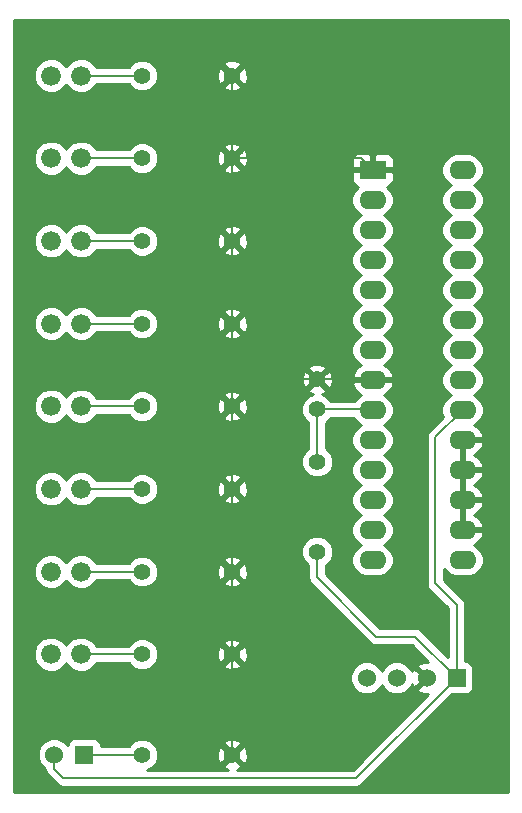
<source format=gtl>
G04 (created by PCBNEW-RS274X (2012-apr-16-27)-stable) date Sa 15 Jun 2013 15:32:55 CEST*
G01*
G70*
G90*
%MOIN*%
G04 Gerber Fmt 3.4, Leading zero omitted, Abs format*
%FSLAX34Y34*%
G04 APERTURE LIST*
%ADD10C,0.006000*%
%ADD11C,0.055000*%
%ADD12R,0.060000X0.060000*%
%ADD13C,0.060000*%
%ADD14C,0.066000*%
%ADD15O,0.090000X0.062000*%
%ADD16R,0.090000X0.062000*%
%ADD17C,0.035000*%
%ADD18C,0.008000*%
%ADD19C,0.010000*%
G04 APERTURE END LIST*
G54D10*
G54D11*
X56571Y-40748D03*
X59571Y-40748D03*
X56571Y-37992D03*
X59571Y-37992D03*
X56571Y-35236D03*
X59571Y-35236D03*
X56571Y-32480D03*
X59571Y-32480D03*
X56571Y-29724D03*
X59571Y-29724D03*
X56571Y-26969D03*
X59571Y-26969D03*
X56571Y-24213D03*
X59571Y-24213D03*
X56571Y-21457D03*
X59571Y-21457D03*
X62402Y-37327D03*
X62402Y-34327D03*
X56571Y-44094D03*
X59571Y-44094D03*
G54D12*
X67051Y-41535D03*
G54D13*
X66051Y-41535D03*
X65051Y-41535D03*
X64051Y-41535D03*
G54D12*
X54634Y-44094D03*
G54D13*
X53634Y-44094D03*
G54D14*
X53535Y-40748D03*
X54535Y-40748D03*
X53535Y-37992D03*
X54535Y-37992D03*
X53535Y-35236D03*
X54535Y-35236D03*
X53535Y-32480D03*
X54535Y-32480D03*
X53535Y-29724D03*
X54535Y-29724D03*
X53535Y-26969D03*
X54535Y-26969D03*
X53535Y-24213D03*
X54535Y-24213D03*
X53535Y-21457D03*
X54535Y-21457D03*
G54D15*
X64248Y-25602D03*
X64248Y-26602D03*
X64248Y-27602D03*
X64248Y-28602D03*
X64248Y-29602D03*
X64248Y-30602D03*
X64248Y-31602D03*
X64248Y-32602D03*
X64248Y-33602D03*
X64248Y-34602D03*
X64248Y-35602D03*
X64248Y-36602D03*
X64248Y-37602D03*
G54D16*
X64248Y-24602D03*
G54D15*
X67248Y-37602D03*
X67248Y-36602D03*
X67248Y-35602D03*
X67248Y-34602D03*
X67248Y-33602D03*
X67248Y-32602D03*
X67248Y-31602D03*
X67248Y-30602D03*
X67248Y-29602D03*
X67248Y-28602D03*
X67248Y-27602D03*
X67248Y-26602D03*
X67248Y-25602D03*
X67248Y-24602D03*
G54D11*
X62402Y-32587D03*
X62402Y-31587D03*
G54D17*
X66142Y-39567D03*
X65748Y-37205D03*
G54D18*
X66142Y-39567D02*
X65748Y-39173D01*
X59571Y-37992D02*
X59571Y-35236D01*
X67248Y-33602D02*
X67248Y-34602D01*
X65748Y-39173D02*
X65748Y-37205D01*
X59571Y-26969D02*
X59571Y-29724D01*
X67248Y-34602D02*
X67248Y-35602D01*
X59571Y-32480D02*
X59571Y-29724D01*
X63859Y-24213D02*
X64248Y-24602D01*
X59571Y-35236D02*
X59571Y-32480D01*
X60464Y-31587D02*
X59571Y-32480D01*
X62402Y-31587D02*
X60464Y-31587D01*
X59571Y-24213D02*
X63859Y-24213D01*
X67248Y-35602D02*
X67248Y-36602D01*
X62402Y-31587D02*
X64233Y-31587D01*
X59571Y-21457D02*
X59571Y-24213D01*
X59571Y-24213D02*
X59571Y-26969D01*
X59571Y-29724D02*
X59571Y-40748D01*
X59571Y-40748D02*
X59571Y-44094D01*
X64233Y-31587D02*
X64248Y-31602D01*
X54535Y-29724D02*
X56571Y-29724D01*
X54535Y-21457D02*
X56571Y-21457D01*
X54535Y-24213D02*
X56571Y-24213D01*
X54535Y-40748D02*
X56571Y-40748D01*
X54535Y-37992D02*
X56571Y-37992D01*
X54535Y-35236D02*
X56571Y-35236D01*
X54535Y-32480D02*
X56571Y-32480D01*
X54634Y-44094D02*
X56571Y-44094D01*
X54535Y-26969D02*
X56571Y-26969D01*
X62402Y-34327D02*
X62402Y-32587D01*
X62402Y-32587D02*
X64233Y-32587D01*
X64233Y-32587D02*
X64248Y-32602D01*
X63704Y-44882D02*
X67051Y-41535D01*
X66339Y-33511D02*
X67248Y-32602D01*
X53937Y-44882D02*
X63704Y-44882D01*
X53634Y-44579D02*
X53937Y-44882D01*
X67051Y-41535D02*
X67051Y-39098D01*
X53634Y-44094D02*
X53634Y-44579D01*
X62402Y-38189D02*
X64370Y-40157D01*
X67051Y-39098D02*
X66339Y-38386D01*
X62402Y-37327D02*
X62402Y-38189D01*
X65673Y-40157D02*
X67051Y-41535D01*
X66339Y-38386D02*
X66339Y-33511D01*
X64370Y-40157D02*
X65673Y-40157D01*
G54D10*
G36*
X68769Y-45344D02*
X67950Y-45344D01*
X67950Y-37711D01*
X67950Y-37493D01*
X67866Y-37291D01*
X67712Y-37137D01*
X67632Y-37103D01*
X67798Y-36984D01*
X67913Y-36798D01*
X67930Y-36739D01*
X67930Y-36465D01*
X67913Y-36406D01*
X67798Y-36220D01*
X67634Y-36102D01*
X67798Y-35984D01*
X67913Y-35798D01*
X67930Y-35739D01*
X67930Y-35465D01*
X67913Y-35406D01*
X67798Y-35220D01*
X67634Y-35102D01*
X67798Y-34984D01*
X67913Y-34798D01*
X67930Y-34739D01*
X67930Y-34465D01*
X67913Y-34406D01*
X67798Y-34220D01*
X67634Y-34102D01*
X67798Y-33984D01*
X67913Y-33798D01*
X67930Y-33739D01*
X67883Y-33652D01*
X67298Y-33652D01*
X67298Y-34042D01*
X67298Y-34162D01*
X67298Y-34552D01*
X67883Y-34552D01*
X67930Y-34465D01*
X67930Y-34739D01*
X67883Y-34652D01*
X67298Y-34652D01*
X67298Y-35042D01*
X67298Y-35162D01*
X67298Y-35552D01*
X67883Y-35552D01*
X67930Y-35465D01*
X67930Y-35739D01*
X67883Y-35652D01*
X67298Y-35652D01*
X67298Y-36042D01*
X67298Y-36162D01*
X67298Y-36552D01*
X67883Y-36552D01*
X67930Y-36465D01*
X67930Y-36739D01*
X67883Y-36652D01*
X67348Y-36652D01*
X67298Y-36652D01*
X67198Y-36652D01*
X67198Y-36552D01*
X67198Y-36502D01*
X67198Y-36162D01*
X67198Y-36042D01*
X67198Y-35702D01*
X67198Y-35652D01*
X67198Y-35552D01*
X67198Y-35502D01*
X67198Y-35162D01*
X67198Y-35042D01*
X67198Y-34702D01*
X67198Y-34652D01*
X67198Y-34552D01*
X67198Y-34502D01*
X67198Y-34162D01*
X67198Y-34042D01*
X67198Y-33702D01*
X67198Y-33652D01*
X67198Y-33552D01*
X67298Y-33552D01*
X67348Y-33552D01*
X67883Y-33552D01*
X67930Y-33465D01*
X67913Y-33406D01*
X67798Y-33220D01*
X67632Y-33100D01*
X67712Y-33067D01*
X67866Y-32913D01*
X67950Y-32711D01*
X67950Y-32493D01*
X67866Y-32291D01*
X67712Y-32137D01*
X67627Y-32102D01*
X67712Y-32067D01*
X67866Y-31913D01*
X67950Y-31711D01*
X67950Y-31493D01*
X67866Y-31291D01*
X67712Y-31137D01*
X67627Y-31102D01*
X67712Y-31067D01*
X67866Y-30913D01*
X67950Y-30711D01*
X67950Y-30493D01*
X67866Y-30291D01*
X67712Y-30137D01*
X67627Y-30102D01*
X67712Y-30067D01*
X67866Y-29913D01*
X67950Y-29711D01*
X67950Y-29493D01*
X67866Y-29291D01*
X67712Y-29137D01*
X67627Y-29102D01*
X67712Y-29067D01*
X67866Y-28913D01*
X67950Y-28711D01*
X67950Y-28493D01*
X67866Y-28291D01*
X67712Y-28137D01*
X67627Y-28102D01*
X67712Y-28067D01*
X67866Y-27913D01*
X67950Y-27711D01*
X67950Y-27493D01*
X67866Y-27291D01*
X67712Y-27137D01*
X67627Y-27102D01*
X67712Y-27067D01*
X67866Y-26913D01*
X67950Y-26711D01*
X67950Y-26493D01*
X67866Y-26291D01*
X67712Y-26137D01*
X67627Y-26102D01*
X67712Y-26067D01*
X67866Y-25913D01*
X67950Y-25711D01*
X67950Y-25493D01*
X67866Y-25291D01*
X67712Y-25137D01*
X67627Y-25102D01*
X67712Y-25067D01*
X67866Y-24913D01*
X67950Y-24711D01*
X67950Y-24493D01*
X67866Y-24291D01*
X67712Y-24137D01*
X67510Y-24053D01*
X67292Y-24053D01*
X66986Y-24053D01*
X66784Y-24137D01*
X66630Y-24291D01*
X66546Y-24493D01*
X66546Y-24711D01*
X66630Y-24913D01*
X66784Y-25067D01*
X66868Y-25102D01*
X66784Y-25137D01*
X66630Y-25291D01*
X66546Y-25493D01*
X66546Y-25711D01*
X66630Y-25913D01*
X66784Y-26067D01*
X66868Y-26102D01*
X66784Y-26137D01*
X66630Y-26291D01*
X66546Y-26493D01*
X66546Y-26711D01*
X66630Y-26913D01*
X66784Y-27067D01*
X66868Y-27102D01*
X66784Y-27137D01*
X66630Y-27291D01*
X66546Y-27493D01*
X66546Y-27711D01*
X66630Y-27913D01*
X66784Y-28067D01*
X66868Y-28102D01*
X66784Y-28137D01*
X66630Y-28291D01*
X66546Y-28493D01*
X66546Y-28711D01*
X66630Y-28913D01*
X66784Y-29067D01*
X66868Y-29102D01*
X66784Y-29137D01*
X66630Y-29291D01*
X66546Y-29493D01*
X66546Y-29711D01*
X66630Y-29913D01*
X66784Y-30067D01*
X66868Y-30102D01*
X66784Y-30137D01*
X66630Y-30291D01*
X66546Y-30493D01*
X66546Y-30711D01*
X66630Y-30913D01*
X66784Y-31067D01*
X66868Y-31102D01*
X66784Y-31137D01*
X66630Y-31291D01*
X66546Y-31493D01*
X66546Y-31711D01*
X66630Y-31913D01*
X66784Y-32067D01*
X66868Y-32102D01*
X66784Y-32137D01*
X66630Y-32291D01*
X66546Y-32493D01*
X66546Y-32711D01*
X66599Y-32840D01*
X66134Y-33306D01*
X66071Y-33400D01*
X66049Y-33511D01*
X66049Y-38386D01*
X66071Y-38497D01*
X66134Y-38591D01*
X66761Y-39218D01*
X66761Y-40834D01*
X65878Y-39952D01*
X65784Y-39889D01*
X65673Y-39867D01*
X64950Y-39867D01*
X64950Y-37711D01*
X64950Y-37493D01*
X64866Y-37291D01*
X64712Y-37137D01*
X64627Y-37102D01*
X64712Y-37067D01*
X64866Y-36913D01*
X64950Y-36711D01*
X64950Y-36493D01*
X64866Y-36291D01*
X64712Y-36137D01*
X64627Y-36102D01*
X64712Y-36067D01*
X64866Y-35913D01*
X64950Y-35711D01*
X64950Y-35493D01*
X64866Y-35291D01*
X64712Y-35137D01*
X64627Y-35102D01*
X64712Y-35067D01*
X64866Y-34913D01*
X64950Y-34711D01*
X64950Y-34493D01*
X64866Y-34291D01*
X64712Y-34137D01*
X64627Y-34102D01*
X64712Y-34067D01*
X64866Y-33913D01*
X64950Y-33711D01*
X64950Y-33493D01*
X64866Y-33291D01*
X64712Y-33137D01*
X64627Y-33102D01*
X64712Y-33067D01*
X64866Y-32913D01*
X64950Y-32711D01*
X64950Y-32493D01*
X64950Y-30711D01*
X64950Y-30493D01*
X64866Y-30291D01*
X64712Y-30137D01*
X64627Y-30102D01*
X64712Y-30067D01*
X64866Y-29913D01*
X64950Y-29711D01*
X64950Y-29493D01*
X64866Y-29291D01*
X64712Y-29137D01*
X64627Y-29102D01*
X64712Y-29067D01*
X64866Y-28913D01*
X64950Y-28711D01*
X64950Y-28493D01*
X64866Y-28291D01*
X64712Y-28137D01*
X64627Y-28102D01*
X64712Y-28067D01*
X64866Y-27913D01*
X64950Y-27711D01*
X64950Y-27493D01*
X64866Y-27291D01*
X64712Y-27137D01*
X64627Y-27102D01*
X64712Y-27067D01*
X64866Y-26913D01*
X64950Y-26711D01*
X64950Y-26493D01*
X64866Y-26291D01*
X64712Y-26137D01*
X64627Y-26102D01*
X64712Y-26067D01*
X64866Y-25913D01*
X64950Y-25711D01*
X64950Y-25493D01*
X64866Y-25291D01*
X64736Y-25161D01*
X64748Y-25161D01*
X64839Y-25123D01*
X64909Y-25053D01*
X64947Y-24961D01*
X64948Y-24714D01*
X64948Y-24490D01*
X64947Y-24243D01*
X64909Y-24151D01*
X64839Y-24081D01*
X64748Y-24043D01*
X64649Y-24043D01*
X64360Y-24042D01*
X64298Y-24104D01*
X64298Y-24552D01*
X64886Y-24552D01*
X64948Y-24490D01*
X64948Y-24714D01*
X64886Y-24652D01*
X64348Y-24652D01*
X64298Y-24652D01*
X64198Y-24652D01*
X64198Y-24552D01*
X64198Y-24104D01*
X64136Y-24042D01*
X63847Y-24043D01*
X63748Y-24043D01*
X63657Y-24081D01*
X63587Y-24151D01*
X63549Y-24243D01*
X63548Y-24490D01*
X63610Y-24552D01*
X64198Y-24552D01*
X64198Y-24652D01*
X64148Y-24652D01*
X63610Y-24652D01*
X63548Y-24714D01*
X63549Y-24961D01*
X63587Y-25053D01*
X63657Y-25123D01*
X63748Y-25161D01*
X63760Y-25161D01*
X63630Y-25291D01*
X63546Y-25493D01*
X63546Y-25711D01*
X63630Y-25913D01*
X63784Y-26067D01*
X63868Y-26102D01*
X63784Y-26137D01*
X63630Y-26291D01*
X63546Y-26493D01*
X63546Y-26711D01*
X63630Y-26913D01*
X63784Y-27067D01*
X63868Y-27102D01*
X63784Y-27137D01*
X63630Y-27291D01*
X63546Y-27493D01*
X63546Y-27711D01*
X63630Y-27913D01*
X63784Y-28067D01*
X63868Y-28102D01*
X63784Y-28137D01*
X63630Y-28291D01*
X63546Y-28493D01*
X63546Y-28711D01*
X63630Y-28913D01*
X63784Y-29067D01*
X63868Y-29102D01*
X63784Y-29137D01*
X63630Y-29291D01*
X63546Y-29493D01*
X63546Y-29711D01*
X63630Y-29913D01*
X63784Y-30067D01*
X63868Y-30102D01*
X63784Y-30137D01*
X63630Y-30291D01*
X63546Y-30493D01*
X63546Y-30711D01*
X63630Y-30913D01*
X63784Y-31067D01*
X63863Y-31100D01*
X63698Y-31220D01*
X63583Y-31406D01*
X63566Y-31465D01*
X63613Y-31552D01*
X64148Y-31552D01*
X64198Y-31552D01*
X64298Y-31552D01*
X64348Y-31552D01*
X64883Y-31552D01*
X64930Y-31465D01*
X64913Y-31406D01*
X64798Y-31220D01*
X64632Y-31100D01*
X64712Y-31067D01*
X64866Y-30913D01*
X64950Y-30711D01*
X64950Y-32493D01*
X64866Y-32291D01*
X64712Y-32137D01*
X64632Y-32103D01*
X64798Y-31984D01*
X64913Y-31798D01*
X64930Y-31739D01*
X64883Y-31652D01*
X64348Y-31652D01*
X64298Y-31652D01*
X64198Y-31652D01*
X64148Y-31652D01*
X63613Y-31652D01*
X63566Y-31739D01*
X63583Y-31798D01*
X63698Y-31984D01*
X63863Y-32103D01*
X63784Y-32137D01*
X63630Y-32291D01*
X63627Y-32297D01*
X62921Y-32297D01*
X62921Y-31661D01*
X62910Y-31457D01*
X62854Y-31320D01*
X62763Y-31297D01*
X62692Y-31368D01*
X62692Y-31226D01*
X62669Y-31135D01*
X62476Y-31068D01*
X62272Y-31079D01*
X62135Y-31135D01*
X62112Y-31226D01*
X62402Y-31516D01*
X62692Y-31226D01*
X62692Y-31368D01*
X62473Y-31587D01*
X62763Y-31877D01*
X62854Y-31854D01*
X62921Y-31661D01*
X62921Y-32297D01*
X62849Y-32297D01*
X62847Y-32290D01*
X62700Y-32142D01*
X62559Y-32083D01*
X62669Y-32039D01*
X62692Y-31948D01*
X62402Y-31658D01*
X62331Y-31729D01*
X62331Y-31587D01*
X62041Y-31297D01*
X61950Y-31320D01*
X61883Y-31513D01*
X61894Y-31717D01*
X61950Y-31854D01*
X62041Y-31877D01*
X62331Y-31587D01*
X62331Y-31729D01*
X62112Y-31948D01*
X62135Y-32039D01*
X62253Y-32080D01*
X62105Y-32142D01*
X61957Y-32289D01*
X61877Y-32482D01*
X61877Y-32691D01*
X61957Y-32884D01*
X62104Y-33032D01*
X62112Y-33035D01*
X62112Y-33879D01*
X62105Y-33882D01*
X61957Y-34029D01*
X61877Y-34222D01*
X61877Y-34431D01*
X61957Y-34624D01*
X62104Y-34772D01*
X62297Y-34852D01*
X62506Y-34852D01*
X62699Y-34772D01*
X62847Y-34625D01*
X62927Y-34432D01*
X62927Y-34223D01*
X62847Y-34030D01*
X62700Y-33882D01*
X62692Y-33878D01*
X62692Y-33034D01*
X62699Y-33032D01*
X62847Y-32885D01*
X62850Y-32877D01*
X63615Y-32877D01*
X63630Y-32913D01*
X63784Y-33067D01*
X63868Y-33102D01*
X63784Y-33137D01*
X63630Y-33291D01*
X63546Y-33493D01*
X63546Y-33711D01*
X63630Y-33913D01*
X63784Y-34067D01*
X63868Y-34102D01*
X63784Y-34137D01*
X63630Y-34291D01*
X63546Y-34493D01*
X63546Y-34711D01*
X63630Y-34913D01*
X63784Y-35067D01*
X63868Y-35102D01*
X63784Y-35137D01*
X63630Y-35291D01*
X63546Y-35493D01*
X63546Y-35711D01*
X63630Y-35913D01*
X63784Y-36067D01*
X63868Y-36102D01*
X63784Y-36137D01*
X63630Y-36291D01*
X63546Y-36493D01*
X63546Y-36711D01*
X63630Y-36913D01*
X63784Y-37067D01*
X63868Y-37102D01*
X63784Y-37137D01*
X63630Y-37291D01*
X63546Y-37493D01*
X63546Y-37711D01*
X63630Y-37913D01*
X63784Y-38067D01*
X63986Y-38151D01*
X64204Y-38151D01*
X64510Y-38151D01*
X64712Y-38067D01*
X64866Y-37913D01*
X64950Y-37711D01*
X64950Y-39867D01*
X64490Y-39867D01*
X62692Y-38069D01*
X62692Y-37774D01*
X62699Y-37772D01*
X62847Y-37625D01*
X62927Y-37432D01*
X62927Y-37223D01*
X62847Y-37030D01*
X62700Y-36882D01*
X62507Y-36802D01*
X62298Y-36802D01*
X62105Y-36882D01*
X61957Y-37029D01*
X61877Y-37222D01*
X61877Y-37431D01*
X61957Y-37624D01*
X62104Y-37772D01*
X62112Y-37775D01*
X62112Y-38189D01*
X62134Y-38300D01*
X62197Y-38394D01*
X64165Y-40362D01*
X64259Y-40425D01*
X64370Y-40447D01*
X65552Y-40447D01*
X66099Y-40993D01*
X65917Y-41003D01*
X65770Y-41063D01*
X65743Y-41157D01*
X66016Y-41429D01*
X66051Y-41464D01*
X66122Y-41535D01*
X66051Y-41606D01*
X65980Y-41676D01*
X65980Y-41535D01*
X65673Y-41227D01*
X65579Y-41254D01*
X65555Y-41319D01*
X65516Y-41224D01*
X65362Y-41070D01*
X65160Y-40986D01*
X64942Y-40986D01*
X64740Y-41070D01*
X64586Y-41224D01*
X64551Y-41308D01*
X64516Y-41224D01*
X64362Y-41070D01*
X64160Y-40986D01*
X63942Y-40986D01*
X63740Y-41070D01*
X63586Y-41224D01*
X63502Y-41426D01*
X63502Y-41644D01*
X63586Y-41846D01*
X63740Y-42000D01*
X63942Y-42084D01*
X64160Y-42084D01*
X64362Y-42000D01*
X64516Y-41846D01*
X64551Y-41761D01*
X64586Y-41846D01*
X64740Y-42000D01*
X64942Y-42084D01*
X65160Y-42084D01*
X65362Y-42000D01*
X65516Y-41846D01*
X65553Y-41754D01*
X65579Y-41816D01*
X65673Y-41843D01*
X65980Y-41535D01*
X65980Y-41676D01*
X65743Y-41913D01*
X65770Y-42007D01*
X65972Y-42078D01*
X66104Y-42071D01*
X63584Y-44592D01*
X60090Y-44592D01*
X60090Y-44168D01*
X60090Y-40822D01*
X60090Y-38066D01*
X60090Y-35310D01*
X60090Y-32554D01*
X60090Y-29798D01*
X60090Y-27043D01*
X60090Y-24287D01*
X60090Y-21531D01*
X60079Y-21327D01*
X60023Y-21190D01*
X59932Y-21167D01*
X59861Y-21238D01*
X59861Y-21096D01*
X59838Y-21005D01*
X59645Y-20938D01*
X59441Y-20949D01*
X59304Y-21005D01*
X59281Y-21096D01*
X59571Y-21386D01*
X59861Y-21096D01*
X59861Y-21238D01*
X59642Y-21457D01*
X59932Y-21747D01*
X60023Y-21724D01*
X60090Y-21531D01*
X60090Y-24287D01*
X60079Y-24083D01*
X60023Y-23946D01*
X59932Y-23923D01*
X59861Y-23994D01*
X59861Y-23852D01*
X59861Y-21818D01*
X59571Y-21528D01*
X59500Y-21599D01*
X59500Y-21457D01*
X59210Y-21167D01*
X59119Y-21190D01*
X59052Y-21383D01*
X59063Y-21587D01*
X59119Y-21724D01*
X59210Y-21747D01*
X59500Y-21457D01*
X59500Y-21599D01*
X59281Y-21818D01*
X59304Y-21909D01*
X59497Y-21976D01*
X59701Y-21965D01*
X59838Y-21909D01*
X59861Y-21818D01*
X59861Y-23852D01*
X59838Y-23761D01*
X59645Y-23694D01*
X59441Y-23705D01*
X59304Y-23761D01*
X59281Y-23852D01*
X59571Y-24142D01*
X59861Y-23852D01*
X59861Y-23994D01*
X59642Y-24213D01*
X59932Y-24503D01*
X60023Y-24480D01*
X60090Y-24287D01*
X60090Y-27043D01*
X60079Y-26839D01*
X60023Y-26702D01*
X59932Y-26679D01*
X59861Y-26750D01*
X59861Y-26608D01*
X59861Y-24574D01*
X59571Y-24284D01*
X59500Y-24355D01*
X59500Y-24213D01*
X59210Y-23923D01*
X59119Y-23946D01*
X59052Y-24139D01*
X59063Y-24343D01*
X59119Y-24480D01*
X59210Y-24503D01*
X59500Y-24213D01*
X59500Y-24355D01*
X59281Y-24574D01*
X59304Y-24665D01*
X59497Y-24732D01*
X59701Y-24721D01*
X59838Y-24665D01*
X59861Y-24574D01*
X59861Y-26608D01*
X59838Y-26517D01*
X59645Y-26450D01*
X59441Y-26461D01*
X59304Y-26517D01*
X59281Y-26608D01*
X59571Y-26898D01*
X59861Y-26608D01*
X59861Y-26750D01*
X59642Y-26969D01*
X59932Y-27259D01*
X60023Y-27236D01*
X60090Y-27043D01*
X60090Y-29798D01*
X60079Y-29594D01*
X60023Y-29457D01*
X59932Y-29434D01*
X59861Y-29505D01*
X59861Y-29363D01*
X59861Y-27330D01*
X59571Y-27040D01*
X59500Y-27111D01*
X59500Y-26969D01*
X59210Y-26679D01*
X59119Y-26702D01*
X59052Y-26895D01*
X59063Y-27099D01*
X59119Y-27236D01*
X59210Y-27259D01*
X59500Y-26969D01*
X59500Y-27111D01*
X59281Y-27330D01*
X59304Y-27421D01*
X59497Y-27488D01*
X59701Y-27477D01*
X59838Y-27421D01*
X59861Y-27330D01*
X59861Y-29363D01*
X59838Y-29272D01*
X59645Y-29205D01*
X59441Y-29216D01*
X59304Y-29272D01*
X59281Y-29363D01*
X59571Y-29653D01*
X59861Y-29363D01*
X59861Y-29505D01*
X59642Y-29724D01*
X59932Y-30014D01*
X60023Y-29991D01*
X60090Y-29798D01*
X60090Y-32554D01*
X60079Y-32350D01*
X60023Y-32213D01*
X59932Y-32190D01*
X59861Y-32261D01*
X59861Y-32119D01*
X59861Y-30085D01*
X59571Y-29795D01*
X59500Y-29866D01*
X59500Y-29724D01*
X59210Y-29434D01*
X59119Y-29457D01*
X59052Y-29650D01*
X59063Y-29854D01*
X59119Y-29991D01*
X59210Y-30014D01*
X59500Y-29724D01*
X59500Y-29866D01*
X59281Y-30085D01*
X59304Y-30176D01*
X59497Y-30243D01*
X59701Y-30232D01*
X59838Y-30176D01*
X59861Y-30085D01*
X59861Y-32119D01*
X59838Y-32028D01*
X59645Y-31961D01*
X59441Y-31972D01*
X59304Y-32028D01*
X59281Y-32119D01*
X59571Y-32409D01*
X59861Y-32119D01*
X59861Y-32261D01*
X59642Y-32480D01*
X59932Y-32770D01*
X60023Y-32747D01*
X60090Y-32554D01*
X60090Y-35310D01*
X60079Y-35106D01*
X60023Y-34969D01*
X59932Y-34946D01*
X59861Y-35017D01*
X59861Y-34875D01*
X59861Y-32841D01*
X59571Y-32551D01*
X59500Y-32622D01*
X59500Y-32480D01*
X59210Y-32190D01*
X59119Y-32213D01*
X59052Y-32406D01*
X59063Y-32610D01*
X59119Y-32747D01*
X59210Y-32770D01*
X59500Y-32480D01*
X59500Y-32622D01*
X59281Y-32841D01*
X59304Y-32932D01*
X59497Y-32999D01*
X59701Y-32988D01*
X59838Y-32932D01*
X59861Y-32841D01*
X59861Y-34875D01*
X59838Y-34784D01*
X59645Y-34717D01*
X59441Y-34728D01*
X59304Y-34784D01*
X59281Y-34875D01*
X59571Y-35165D01*
X59861Y-34875D01*
X59861Y-35017D01*
X59642Y-35236D01*
X59932Y-35526D01*
X60023Y-35503D01*
X60090Y-35310D01*
X60090Y-38066D01*
X60079Y-37862D01*
X60023Y-37725D01*
X59932Y-37702D01*
X59861Y-37773D01*
X59861Y-37631D01*
X59861Y-35597D01*
X59571Y-35307D01*
X59500Y-35378D01*
X59500Y-35236D01*
X59210Y-34946D01*
X59119Y-34969D01*
X59052Y-35162D01*
X59063Y-35366D01*
X59119Y-35503D01*
X59210Y-35526D01*
X59500Y-35236D01*
X59500Y-35378D01*
X59281Y-35597D01*
X59304Y-35688D01*
X59497Y-35755D01*
X59701Y-35744D01*
X59838Y-35688D01*
X59861Y-35597D01*
X59861Y-37631D01*
X59838Y-37540D01*
X59645Y-37473D01*
X59441Y-37484D01*
X59304Y-37540D01*
X59281Y-37631D01*
X59571Y-37921D01*
X59861Y-37631D01*
X59861Y-37773D01*
X59642Y-37992D01*
X59932Y-38282D01*
X60023Y-38259D01*
X60090Y-38066D01*
X60090Y-40822D01*
X60079Y-40618D01*
X60023Y-40481D01*
X59932Y-40458D01*
X59861Y-40529D01*
X59861Y-40387D01*
X59861Y-38353D01*
X59571Y-38063D01*
X59500Y-38134D01*
X59500Y-37992D01*
X59210Y-37702D01*
X59119Y-37725D01*
X59052Y-37918D01*
X59063Y-38122D01*
X59119Y-38259D01*
X59210Y-38282D01*
X59500Y-37992D01*
X59500Y-38134D01*
X59281Y-38353D01*
X59304Y-38444D01*
X59497Y-38511D01*
X59701Y-38500D01*
X59838Y-38444D01*
X59861Y-38353D01*
X59861Y-40387D01*
X59838Y-40296D01*
X59645Y-40229D01*
X59441Y-40240D01*
X59304Y-40296D01*
X59281Y-40387D01*
X59571Y-40677D01*
X59861Y-40387D01*
X59861Y-40529D01*
X59642Y-40748D01*
X59932Y-41038D01*
X60023Y-41015D01*
X60090Y-40822D01*
X60090Y-44168D01*
X60079Y-43964D01*
X60023Y-43827D01*
X59932Y-43804D01*
X59861Y-43875D01*
X59861Y-43733D01*
X59861Y-41109D01*
X59571Y-40819D01*
X59500Y-40890D01*
X59500Y-40748D01*
X59210Y-40458D01*
X59119Y-40481D01*
X59052Y-40674D01*
X59063Y-40878D01*
X59119Y-41015D01*
X59210Y-41038D01*
X59500Y-40748D01*
X59500Y-40890D01*
X59281Y-41109D01*
X59304Y-41200D01*
X59497Y-41267D01*
X59701Y-41256D01*
X59838Y-41200D01*
X59861Y-41109D01*
X59861Y-43733D01*
X59838Y-43642D01*
X59645Y-43575D01*
X59441Y-43586D01*
X59304Y-43642D01*
X59281Y-43733D01*
X59571Y-44023D01*
X59861Y-43733D01*
X59861Y-43875D01*
X59642Y-44094D01*
X59932Y-44384D01*
X60023Y-44361D01*
X60090Y-44168D01*
X60090Y-44592D01*
X59725Y-44592D01*
X59838Y-44546D01*
X59861Y-44455D01*
X59571Y-44165D01*
X59500Y-44236D01*
X59500Y-44094D01*
X59210Y-43804D01*
X59119Y-43827D01*
X59052Y-44020D01*
X59063Y-44224D01*
X59119Y-44361D01*
X59210Y-44384D01*
X59500Y-44094D01*
X59500Y-44236D01*
X59281Y-44455D01*
X59304Y-44546D01*
X59436Y-44592D01*
X56740Y-44592D01*
X56868Y-44539D01*
X57016Y-44392D01*
X57096Y-44199D01*
X57096Y-43990D01*
X57096Y-40853D01*
X57096Y-40644D01*
X57096Y-38097D01*
X57096Y-37888D01*
X57096Y-35341D01*
X57096Y-35132D01*
X57096Y-32585D01*
X57096Y-32376D01*
X57096Y-29829D01*
X57096Y-29620D01*
X57096Y-27074D01*
X57096Y-26865D01*
X57096Y-24318D01*
X57096Y-24109D01*
X57096Y-21562D01*
X57096Y-21353D01*
X57016Y-21160D01*
X56869Y-21012D01*
X56676Y-20932D01*
X56467Y-20932D01*
X56274Y-21012D01*
X56126Y-21159D01*
X56122Y-21167D01*
X55042Y-21167D01*
X55027Y-21129D01*
X54864Y-20966D01*
X54651Y-20877D01*
X54420Y-20877D01*
X54207Y-20965D01*
X54044Y-21128D01*
X54035Y-21148D01*
X54027Y-21129D01*
X53864Y-20966D01*
X53651Y-20877D01*
X53420Y-20877D01*
X53207Y-20965D01*
X53044Y-21128D01*
X52955Y-21341D01*
X52955Y-21572D01*
X53043Y-21785D01*
X53206Y-21948D01*
X53419Y-22037D01*
X53650Y-22037D01*
X53863Y-21949D01*
X54026Y-21786D01*
X54034Y-21765D01*
X54043Y-21785D01*
X54206Y-21948D01*
X54419Y-22037D01*
X54650Y-22037D01*
X54863Y-21949D01*
X55026Y-21786D01*
X55042Y-21747D01*
X56123Y-21747D01*
X56126Y-21754D01*
X56273Y-21902D01*
X56466Y-21982D01*
X56675Y-21982D01*
X56868Y-21902D01*
X57016Y-21755D01*
X57096Y-21562D01*
X57096Y-24109D01*
X57016Y-23916D01*
X56869Y-23768D01*
X56676Y-23688D01*
X56467Y-23688D01*
X56274Y-23768D01*
X56126Y-23915D01*
X56122Y-23923D01*
X55042Y-23923D01*
X55027Y-23885D01*
X54864Y-23722D01*
X54651Y-23633D01*
X54420Y-23633D01*
X54207Y-23721D01*
X54044Y-23884D01*
X54035Y-23904D01*
X54027Y-23885D01*
X53864Y-23722D01*
X53651Y-23633D01*
X53420Y-23633D01*
X53207Y-23721D01*
X53044Y-23884D01*
X52955Y-24097D01*
X52955Y-24328D01*
X53043Y-24541D01*
X53206Y-24704D01*
X53419Y-24793D01*
X53650Y-24793D01*
X53863Y-24705D01*
X54026Y-24542D01*
X54034Y-24521D01*
X54043Y-24541D01*
X54206Y-24704D01*
X54419Y-24793D01*
X54650Y-24793D01*
X54863Y-24705D01*
X55026Y-24542D01*
X55042Y-24503D01*
X56123Y-24503D01*
X56126Y-24510D01*
X56273Y-24658D01*
X56466Y-24738D01*
X56675Y-24738D01*
X56868Y-24658D01*
X57016Y-24511D01*
X57096Y-24318D01*
X57096Y-26865D01*
X57016Y-26672D01*
X56869Y-26524D01*
X56676Y-26444D01*
X56467Y-26444D01*
X56274Y-26524D01*
X56126Y-26671D01*
X56122Y-26679D01*
X55042Y-26679D01*
X55027Y-26641D01*
X54864Y-26478D01*
X54651Y-26389D01*
X54420Y-26389D01*
X54207Y-26477D01*
X54044Y-26640D01*
X54035Y-26660D01*
X54027Y-26641D01*
X53864Y-26478D01*
X53651Y-26389D01*
X53420Y-26389D01*
X53207Y-26477D01*
X53044Y-26640D01*
X52955Y-26853D01*
X52955Y-27084D01*
X53043Y-27297D01*
X53206Y-27460D01*
X53419Y-27549D01*
X53650Y-27549D01*
X53863Y-27461D01*
X54026Y-27298D01*
X54034Y-27277D01*
X54043Y-27297D01*
X54206Y-27460D01*
X54419Y-27549D01*
X54650Y-27549D01*
X54863Y-27461D01*
X55026Y-27298D01*
X55042Y-27259D01*
X56123Y-27259D01*
X56126Y-27266D01*
X56273Y-27414D01*
X56466Y-27494D01*
X56675Y-27494D01*
X56868Y-27414D01*
X57016Y-27267D01*
X57096Y-27074D01*
X57096Y-29620D01*
X57016Y-29427D01*
X56869Y-29279D01*
X56676Y-29199D01*
X56467Y-29199D01*
X56274Y-29279D01*
X56126Y-29426D01*
X56122Y-29434D01*
X55042Y-29434D01*
X55027Y-29396D01*
X54864Y-29233D01*
X54651Y-29144D01*
X54420Y-29144D01*
X54207Y-29232D01*
X54044Y-29395D01*
X54035Y-29415D01*
X54027Y-29396D01*
X53864Y-29233D01*
X53651Y-29144D01*
X53420Y-29144D01*
X53207Y-29232D01*
X53044Y-29395D01*
X52955Y-29608D01*
X52955Y-29839D01*
X53043Y-30052D01*
X53206Y-30215D01*
X53419Y-30304D01*
X53650Y-30304D01*
X53863Y-30216D01*
X54026Y-30053D01*
X54034Y-30032D01*
X54043Y-30052D01*
X54206Y-30215D01*
X54419Y-30304D01*
X54650Y-30304D01*
X54863Y-30216D01*
X55026Y-30053D01*
X55042Y-30014D01*
X56123Y-30014D01*
X56126Y-30021D01*
X56273Y-30169D01*
X56466Y-30249D01*
X56675Y-30249D01*
X56868Y-30169D01*
X57016Y-30022D01*
X57096Y-29829D01*
X57096Y-32376D01*
X57016Y-32183D01*
X56869Y-32035D01*
X56676Y-31955D01*
X56467Y-31955D01*
X56274Y-32035D01*
X56126Y-32182D01*
X56122Y-32190D01*
X55042Y-32190D01*
X55027Y-32152D01*
X54864Y-31989D01*
X54651Y-31900D01*
X54420Y-31900D01*
X54207Y-31988D01*
X54044Y-32151D01*
X54035Y-32171D01*
X54027Y-32152D01*
X53864Y-31989D01*
X53651Y-31900D01*
X53420Y-31900D01*
X53207Y-31988D01*
X53044Y-32151D01*
X52955Y-32364D01*
X52955Y-32595D01*
X53043Y-32808D01*
X53206Y-32971D01*
X53419Y-33060D01*
X53650Y-33060D01*
X53863Y-32972D01*
X54026Y-32809D01*
X54034Y-32788D01*
X54043Y-32808D01*
X54206Y-32971D01*
X54419Y-33060D01*
X54650Y-33060D01*
X54863Y-32972D01*
X55026Y-32809D01*
X55042Y-32770D01*
X56123Y-32770D01*
X56126Y-32777D01*
X56273Y-32925D01*
X56466Y-33005D01*
X56675Y-33005D01*
X56868Y-32925D01*
X57016Y-32778D01*
X57096Y-32585D01*
X57096Y-35132D01*
X57016Y-34939D01*
X56869Y-34791D01*
X56676Y-34711D01*
X56467Y-34711D01*
X56274Y-34791D01*
X56126Y-34938D01*
X56122Y-34946D01*
X55042Y-34946D01*
X55027Y-34908D01*
X54864Y-34745D01*
X54651Y-34656D01*
X54420Y-34656D01*
X54207Y-34744D01*
X54044Y-34907D01*
X54035Y-34927D01*
X54027Y-34908D01*
X53864Y-34745D01*
X53651Y-34656D01*
X53420Y-34656D01*
X53207Y-34744D01*
X53044Y-34907D01*
X52955Y-35120D01*
X52955Y-35351D01*
X53043Y-35564D01*
X53206Y-35727D01*
X53419Y-35816D01*
X53650Y-35816D01*
X53863Y-35728D01*
X54026Y-35565D01*
X54034Y-35544D01*
X54043Y-35564D01*
X54206Y-35727D01*
X54419Y-35816D01*
X54650Y-35816D01*
X54863Y-35728D01*
X55026Y-35565D01*
X55042Y-35526D01*
X56123Y-35526D01*
X56126Y-35533D01*
X56273Y-35681D01*
X56466Y-35761D01*
X56675Y-35761D01*
X56868Y-35681D01*
X57016Y-35534D01*
X57096Y-35341D01*
X57096Y-37888D01*
X57016Y-37695D01*
X56869Y-37547D01*
X56676Y-37467D01*
X56467Y-37467D01*
X56274Y-37547D01*
X56126Y-37694D01*
X56122Y-37702D01*
X55042Y-37702D01*
X55027Y-37664D01*
X54864Y-37501D01*
X54651Y-37412D01*
X54420Y-37412D01*
X54207Y-37500D01*
X54044Y-37663D01*
X54035Y-37683D01*
X54027Y-37664D01*
X53864Y-37501D01*
X53651Y-37412D01*
X53420Y-37412D01*
X53207Y-37500D01*
X53044Y-37663D01*
X52955Y-37876D01*
X52955Y-38107D01*
X53043Y-38320D01*
X53206Y-38483D01*
X53419Y-38572D01*
X53650Y-38572D01*
X53863Y-38484D01*
X54026Y-38321D01*
X54034Y-38300D01*
X54043Y-38320D01*
X54206Y-38483D01*
X54419Y-38572D01*
X54650Y-38572D01*
X54863Y-38484D01*
X55026Y-38321D01*
X55042Y-38282D01*
X56123Y-38282D01*
X56126Y-38289D01*
X56273Y-38437D01*
X56466Y-38517D01*
X56675Y-38517D01*
X56868Y-38437D01*
X57016Y-38290D01*
X57096Y-38097D01*
X57096Y-40644D01*
X57016Y-40451D01*
X56869Y-40303D01*
X56676Y-40223D01*
X56467Y-40223D01*
X56274Y-40303D01*
X56126Y-40450D01*
X56122Y-40458D01*
X55042Y-40458D01*
X55027Y-40420D01*
X54864Y-40257D01*
X54651Y-40168D01*
X54420Y-40168D01*
X54207Y-40256D01*
X54044Y-40419D01*
X54035Y-40439D01*
X54027Y-40420D01*
X53864Y-40257D01*
X53651Y-40168D01*
X53420Y-40168D01*
X53207Y-40256D01*
X53044Y-40419D01*
X52955Y-40632D01*
X52955Y-40863D01*
X53043Y-41076D01*
X53206Y-41239D01*
X53419Y-41328D01*
X53650Y-41328D01*
X53863Y-41240D01*
X54026Y-41077D01*
X54034Y-41056D01*
X54043Y-41076D01*
X54206Y-41239D01*
X54419Y-41328D01*
X54650Y-41328D01*
X54863Y-41240D01*
X55026Y-41077D01*
X55042Y-41038D01*
X56123Y-41038D01*
X56126Y-41045D01*
X56273Y-41193D01*
X56466Y-41273D01*
X56675Y-41273D01*
X56868Y-41193D01*
X57016Y-41046D01*
X57096Y-40853D01*
X57096Y-43990D01*
X57016Y-43797D01*
X56869Y-43649D01*
X56676Y-43569D01*
X56467Y-43569D01*
X56274Y-43649D01*
X56126Y-43796D01*
X56122Y-43804D01*
X55183Y-43804D01*
X55183Y-43745D01*
X55145Y-43653D01*
X55075Y-43583D01*
X54984Y-43545D01*
X54885Y-43545D01*
X54285Y-43545D01*
X54193Y-43583D01*
X54123Y-43653D01*
X54085Y-43744D01*
X54085Y-43769D01*
X53945Y-43629D01*
X53743Y-43545D01*
X53525Y-43545D01*
X53323Y-43629D01*
X53169Y-43783D01*
X53085Y-43985D01*
X53085Y-44203D01*
X53169Y-44405D01*
X53323Y-44559D01*
X53344Y-44567D01*
X53344Y-44579D01*
X53366Y-44690D01*
X53429Y-44784D01*
X53732Y-45087D01*
X53826Y-45150D01*
X53937Y-45172D01*
X63704Y-45172D01*
X63815Y-45150D01*
X63909Y-45087D01*
X66912Y-42084D01*
X67400Y-42084D01*
X67492Y-42046D01*
X67562Y-41976D01*
X67600Y-41885D01*
X67600Y-41786D01*
X67600Y-41186D01*
X67562Y-41094D01*
X67492Y-41024D01*
X67401Y-40986D01*
X67341Y-40986D01*
X67341Y-39098D01*
X67340Y-39097D01*
X67319Y-38987D01*
X67318Y-38986D01*
X67256Y-38893D01*
X67255Y-38892D01*
X66629Y-38266D01*
X66629Y-37910D01*
X66630Y-37913D01*
X66784Y-38067D01*
X66986Y-38151D01*
X67204Y-38151D01*
X67510Y-38151D01*
X67712Y-38067D01*
X67866Y-37913D01*
X67950Y-37711D01*
X67950Y-45344D01*
X52294Y-45344D01*
X52294Y-19616D01*
X68769Y-19616D01*
X68769Y-45344D01*
X68769Y-45344D01*
G37*
G54D19*
X68769Y-45344D02*
X67950Y-45344D01*
X67950Y-37711D01*
X67950Y-37493D01*
X67866Y-37291D01*
X67712Y-37137D01*
X67632Y-37103D01*
X67798Y-36984D01*
X67913Y-36798D01*
X67930Y-36739D01*
X67930Y-36465D01*
X67913Y-36406D01*
X67798Y-36220D01*
X67634Y-36102D01*
X67798Y-35984D01*
X67913Y-35798D01*
X67930Y-35739D01*
X67930Y-35465D01*
X67913Y-35406D01*
X67798Y-35220D01*
X67634Y-35102D01*
X67798Y-34984D01*
X67913Y-34798D01*
X67930Y-34739D01*
X67930Y-34465D01*
X67913Y-34406D01*
X67798Y-34220D01*
X67634Y-34102D01*
X67798Y-33984D01*
X67913Y-33798D01*
X67930Y-33739D01*
X67883Y-33652D01*
X67298Y-33652D01*
X67298Y-34042D01*
X67298Y-34162D01*
X67298Y-34552D01*
X67883Y-34552D01*
X67930Y-34465D01*
X67930Y-34739D01*
X67883Y-34652D01*
X67298Y-34652D01*
X67298Y-35042D01*
X67298Y-35162D01*
X67298Y-35552D01*
X67883Y-35552D01*
X67930Y-35465D01*
X67930Y-35739D01*
X67883Y-35652D01*
X67298Y-35652D01*
X67298Y-36042D01*
X67298Y-36162D01*
X67298Y-36552D01*
X67883Y-36552D01*
X67930Y-36465D01*
X67930Y-36739D01*
X67883Y-36652D01*
X67348Y-36652D01*
X67298Y-36652D01*
X67198Y-36652D01*
X67198Y-36552D01*
X67198Y-36502D01*
X67198Y-36162D01*
X67198Y-36042D01*
X67198Y-35702D01*
X67198Y-35652D01*
X67198Y-35552D01*
X67198Y-35502D01*
X67198Y-35162D01*
X67198Y-35042D01*
X67198Y-34702D01*
X67198Y-34652D01*
X67198Y-34552D01*
X67198Y-34502D01*
X67198Y-34162D01*
X67198Y-34042D01*
X67198Y-33702D01*
X67198Y-33652D01*
X67198Y-33552D01*
X67298Y-33552D01*
X67348Y-33552D01*
X67883Y-33552D01*
X67930Y-33465D01*
X67913Y-33406D01*
X67798Y-33220D01*
X67632Y-33100D01*
X67712Y-33067D01*
X67866Y-32913D01*
X67950Y-32711D01*
X67950Y-32493D01*
X67866Y-32291D01*
X67712Y-32137D01*
X67627Y-32102D01*
X67712Y-32067D01*
X67866Y-31913D01*
X67950Y-31711D01*
X67950Y-31493D01*
X67866Y-31291D01*
X67712Y-31137D01*
X67627Y-31102D01*
X67712Y-31067D01*
X67866Y-30913D01*
X67950Y-30711D01*
X67950Y-30493D01*
X67866Y-30291D01*
X67712Y-30137D01*
X67627Y-30102D01*
X67712Y-30067D01*
X67866Y-29913D01*
X67950Y-29711D01*
X67950Y-29493D01*
X67866Y-29291D01*
X67712Y-29137D01*
X67627Y-29102D01*
X67712Y-29067D01*
X67866Y-28913D01*
X67950Y-28711D01*
X67950Y-28493D01*
X67866Y-28291D01*
X67712Y-28137D01*
X67627Y-28102D01*
X67712Y-28067D01*
X67866Y-27913D01*
X67950Y-27711D01*
X67950Y-27493D01*
X67866Y-27291D01*
X67712Y-27137D01*
X67627Y-27102D01*
X67712Y-27067D01*
X67866Y-26913D01*
X67950Y-26711D01*
X67950Y-26493D01*
X67866Y-26291D01*
X67712Y-26137D01*
X67627Y-26102D01*
X67712Y-26067D01*
X67866Y-25913D01*
X67950Y-25711D01*
X67950Y-25493D01*
X67866Y-25291D01*
X67712Y-25137D01*
X67627Y-25102D01*
X67712Y-25067D01*
X67866Y-24913D01*
X67950Y-24711D01*
X67950Y-24493D01*
X67866Y-24291D01*
X67712Y-24137D01*
X67510Y-24053D01*
X67292Y-24053D01*
X66986Y-24053D01*
X66784Y-24137D01*
X66630Y-24291D01*
X66546Y-24493D01*
X66546Y-24711D01*
X66630Y-24913D01*
X66784Y-25067D01*
X66868Y-25102D01*
X66784Y-25137D01*
X66630Y-25291D01*
X66546Y-25493D01*
X66546Y-25711D01*
X66630Y-25913D01*
X66784Y-26067D01*
X66868Y-26102D01*
X66784Y-26137D01*
X66630Y-26291D01*
X66546Y-26493D01*
X66546Y-26711D01*
X66630Y-26913D01*
X66784Y-27067D01*
X66868Y-27102D01*
X66784Y-27137D01*
X66630Y-27291D01*
X66546Y-27493D01*
X66546Y-27711D01*
X66630Y-27913D01*
X66784Y-28067D01*
X66868Y-28102D01*
X66784Y-28137D01*
X66630Y-28291D01*
X66546Y-28493D01*
X66546Y-28711D01*
X66630Y-28913D01*
X66784Y-29067D01*
X66868Y-29102D01*
X66784Y-29137D01*
X66630Y-29291D01*
X66546Y-29493D01*
X66546Y-29711D01*
X66630Y-29913D01*
X66784Y-30067D01*
X66868Y-30102D01*
X66784Y-30137D01*
X66630Y-30291D01*
X66546Y-30493D01*
X66546Y-30711D01*
X66630Y-30913D01*
X66784Y-31067D01*
X66868Y-31102D01*
X66784Y-31137D01*
X66630Y-31291D01*
X66546Y-31493D01*
X66546Y-31711D01*
X66630Y-31913D01*
X66784Y-32067D01*
X66868Y-32102D01*
X66784Y-32137D01*
X66630Y-32291D01*
X66546Y-32493D01*
X66546Y-32711D01*
X66599Y-32840D01*
X66134Y-33306D01*
X66071Y-33400D01*
X66049Y-33511D01*
X66049Y-38386D01*
X66071Y-38497D01*
X66134Y-38591D01*
X66761Y-39218D01*
X66761Y-40834D01*
X65878Y-39952D01*
X65784Y-39889D01*
X65673Y-39867D01*
X64950Y-39867D01*
X64950Y-37711D01*
X64950Y-37493D01*
X64866Y-37291D01*
X64712Y-37137D01*
X64627Y-37102D01*
X64712Y-37067D01*
X64866Y-36913D01*
X64950Y-36711D01*
X64950Y-36493D01*
X64866Y-36291D01*
X64712Y-36137D01*
X64627Y-36102D01*
X64712Y-36067D01*
X64866Y-35913D01*
X64950Y-35711D01*
X64950Y-35493D01*
X64866Y-35291D01*
X64712Y-35137D01*
X64627Y-35102D01*
X64712Y-35067D01*
X64866Y-34913D01*
X64950Y-34711D01*
X64950Y-34493D01*
X64866Y-34291D01*
X64712Y-34137D01*
X64627Y-34102D01*
X64712Y-34067D01*
X64866Y-33913D01*
X64950Y-33711D01*
X64950Y-33493D01*
X64866Y-33291D01*
X64712Y-33137D01*
X64627Y-33102D01*
X64712Y-33067D01*
X64866Y-32913D01*
X64950Y-32711D01*
X64950Y-32493D01*
X64950Y-30711D01*
X64950Y-30493D01*
X64866Y-30291D01*
X64712Y-30137D01*
X64627Y-30102D01*
X64712Y-30067D01*
X64866Y-29913D01*
X64950Y-29711D01*
X64950Y-29493D01*
X64866Y-29291D01*
X64712Y-29137D01*
X64627Y-29102D01*
X64712Y-29067D01*
X64866Y-28913D01*
X64950Y-28711D01*
X64950Y-28493D01*
X64866Y-28291D01*
X64712Y-28137D01*
X64627Y-28102D01*
X64712Y-28067D01*
X64866Y-27913D01*
X64950Y-27711D01*
X64950Y-27493D01*
X64866Y-27291D01*
X64712Y-27137D01*
X64627Y-27102D01*
X64712Y-27067D01*
X64866Y-26913D01*
X64950Y-26711D01*
X64950Y-26493D01*
X64866Y-26291D01*
X64712Y-26137D01*
X64627Y-26102D01*
X64712Y-26067D01*
X64866Y-25913D01*
X64950Y-25711D01*
X64950Y-25493D01*
X64866Y-25291D01*
X64736Y-25161D01*
X64748Y-25161D01*
X64839Y-25123D01*
X64909Y-25053D01*
X64947Y-24961D01*
X64948Y-24714D01*
X64948Y-24490D01*
X64947Y-24243D01*
X64909Y-24151D01*
X64839Y-24081D01*
X64748Y-24043D01*
X64649Y-24043D01*
X64360Y-24042D01*
X64298Y-24104D01*
X64298Y-24552D01*
X64886Y-24552D01*
X64948Y-24490D01*
X64948Y-24714D01*
X64886Y-24652D01*
X64348Y-24652D01*
X64298Y-24652D01*
X64198Y-24652D01*
X64198Y-24552D01*
X64198Y-24104D01*
X64136Y-24042D01*
X63847Y-24043D01*
X63748Y-24043D01*
X63657Y-24081D01*
X63587Y-24151D01*
X63549Y-24243D01*
X63548Y-24490D01*
X63610Y-24552D01*
X64198Y-24552D01*
X64198Y-24652D01*
X64148Y-24652D01*
X63610Y-24652D01*
X63548Y-24714D01*
X63549Y-24961D01*
X63587Y-25053D01*
X63657Y-25123D01*
X63748Y-25161D01*
X63760Y-25161D01*
X63630Y-25291D01*
X63546Y-25493D01*
X63546Y-25711D01*
X63630Y-25913D01*
X63784Y-26067D01*
X63868Y-26102D01*
X63784Y-26137D01*
X63630Y-26291D01*
X63546Y-26493D01*
X63546Y-26711D01*
X63630Y-26913D01*
X63784Y-27067D01*
X63868Y-27102D01*
X63784Y-27137D01*
X63630Y-27291D01*
X63546Y-27493D01*
X63546Y-27711D01*
X63630Y-27913D01*
X63784Y-28067D01*
X63868Y-28102D01*
X63784Y-28137D01*
X63630Y-28291D01*
X63546Y-28493D01*
X63546Y-28711D01*
X63630Y-28913D01*
X63784Y-29067D01*
X63868Y-29102D01*
X63784Y-29137D01*
X63630Y-29291D01*
X63546Y-29493D01*
X63546Y-29711D01*
X63630Y-29913D01*
X63784Y-30067D01*
X63868Y-30102D01*
X63784Y-30137D01*
X63630Y-30291D01*
X63546Y-30493D01*
X63546Y-30711D01*
X63630Y-30913D01*
X63784Y-31067D01*
X63863Y-31100D01*
X63698Y-31220D01*
X63583Y-31406D01*
X63566Y-31465D01*
X63613Y-31552D01*
X64148Y-31552D01*
X64198Y-31552D01*
X64298Y-31552D01*
X64348Y-31552D01*
X64883Y-31552D01*
X64930Y-31465D01*
X64913Y-31406D01*
X64798Y-31220D01*
X64632Y-31100D01*
X64712Y-31067D01*
X64866Y-30913D01*
X64950Y-30711D01*
X64950Y-32493D01*
X64866Y-32291D01*
X64712Y-32137D01*
X64632Y-32103D01*
X64798Y-31984D01*
X64913Y-31798D01*
X64930Y-31739D01*
X64883Y-31652D01*
X64348Y-31652D01*
X64298Y-31652D01*
X64198Y-31652D01*
X64148Y-31652D01*
X63613Y-31652D01*
X63566Y-31739D01*
X63583Y-31798D01*
X63698Y-31984D01*
X63863Y-32103D01*
X63784Y-32137D01*
X63630Y-32291D01*
X63627Y-32297D01*
X62921Y-32297D01*
X62921Y-31661D01*
X62910Y-31457D01*
X62854Y-31320D01*
X62763Y-31297D01*
X62692Y-31368D01*
X62692Y-31226D01*
X62669Y-31135D01*
X62476Y-31068D01*
X62272Y-31079D01*
X62135Y-31135D01*
X62112Y-31226D01*
X62402Y-31516D01*
X62692Y-31226D01*
X62692Y-31368D01*
X62473Y-31587D01*
X62763Y-31877D01*
X62854Y-31854D01*
X62921Y-31661D01*
X62921Y-32297D01*
X62849Y-32297D01*
X62847Y-32290D01*
X62700Y-32142D01*
X62559Y-32083D01*
X62669Y-32039D01*
X62692Y-31948D01*
X62402Y-31658D01*
X62331Y-31729D01*
X62331Y-31587D01*
X62041Y-31297D01*
X61950Y-31320D01*
X61883Y-31513D01*
X61894Y-31717D01*
X61950Y-31854D01*
X62041Y-31877D01*
X62331Y-31587D01*
X62331Y-31729D01*
X62112Y-31948D01*
X62135Y-32039D01*
X62253Y-32080D01*
X62105Y-32142D01*
X61957Y-32289D01*
X61877Y-32482D01*
X61877Y-32691D01*
X61957Y-32884D01*
X62104Y-33032D01*
X62112Y-33035D01*
X62112Y-33879D01*
X62105Y-33882D01*
X61957Y-34029D01*
X61877Y-34222D01*
X61877Y-34431D01*
X61957Y-34624D01*
X62104Y-34772D01*
X62297Y-34852D01*
X62506Y-34852D01*
X62699Y-34772D01*
X62847Y-34625D01*
X62927Y-34432D01*
X62927Y-34223D01*
X62847Y-34030D01*
X62700Y-33882D01*
X62692Y-33878D01*
X62692Y-33034D01*
X62699Y-33032D01*
X62847Y-32885D01*
X62850Y-32877D01*
X63615Y-32877D01*
X63630Y-32913D01*
X63784Y-33067D01*
X63868Y-33102D01*
X63784Y-33137D01*
X63630Y-33291D01*
X63546Y-33493D01*
X63546Y-33711D01*
X63630Y-33913D01*
X63784Y-34067D01*
X63868Y-34102D01*
X63784Y-34137D01*
X63630Y-34291D01*
X63546Y-34493D01*
X63546Y-34711D01*
X63630Y-34913D01*
X63784Y-35067D01*
X63868Y-35102D01*
X63784Y-35137D01*
X63630Y-35291D01*
X63546Y-35493D01*
X63546Y-35711D01*
X63630Y-35913D01*
X63784Y-36067D01*
X63868Y-36102D01*
X63784Y-36137D01*
X63630Y-36291D01*
X63546Y-36493D01*
X63546Y-36711D01*
X63630Y-36913D01*
X63784Y-37067D01*
X63868Y-37102D01*
X63784Y-37137D01*
X63630Y-37291D01*
X63546Y-37493D01*
X63546Y-37711D01*
X63630Y-37913D01*
X63784Y-38067D01*
X63986Y-38151D01*
X64204Y-38151D01*
X64510Y-38151D01*
X64712Y-38067D01*
X64866Y-37913D01*
X64950Y-37711D01*
X64950Y-39867D01*
X64490Y-39867D01*
X62692Y-38069D01*
X62692Y-37774D01*
X62699Y-37772D01*
X62847Y-37625D01*
X62927Y-37432D01*
X62927Y-37223D01*
X62847Y-37030D01*
X62700Y-36882D01*
X62507Y-36802D01*
X62298Y-36802D01*
X62105Y-36882D01*
X61957Y-37029D01*
X61877Y-37222D01*
X61877Y-37431D01*
X61957Y-37624D01*
X62104Y-37772D01*
X62112Y-37775D01*
X62112Y-38189D01*
X62134Y-38300D01*
X62197Y-38394D01*
X64165Y-40362D01*
X64259Y-40425D01*
X64370Y-40447D01*
X65552Y-40447D01*
X66099Y-40993D01*
X65917Y-41003D01*
X65770Y-41063D01*
X65743Y-41157D01*
X66016Y-41429D01*
X66051Y-41464D01*
X66122Y-41535D01*
X66051Y-41606D01*
X65980Y-41676D01*
X65980Y-41535D01*
X65673Y-41227D01*
X65579Y-41254D01*
X65555Y-41319D01*
X65516Y-41224D01*
X65362Y-41070D01*
X65160Y-40986D01*
X64942Y-40986D01*
X64740Y-41070D01*
X64586Y-41224D01*
X64551Y-41308D01*
X64516Y-41224D01*
X64362Y-41070D01*
X64160Y-40986D01*
X63942Y-40986D01*
X63740Y-41070D01*
X63586Y-41224D01*
X63502Y-41426D01*
X63502Y-41644D01*
X63586Y-41846D01*
X63740Y-42000D01*
X63942Y-42084D01*
X64160Y-42084D01*
X64362Y-42000D01*
X64516Y-41846D01*
X64551Y-41761D01*
X64586Y-41846D01*
X64740Y-42000D01*
X64942Y-42084D01*
X65160Y-42084D01*
X65362Y-42000D01*
X65516Y-41846D01*
X65553Y-41754D01*
X65579Y-41816D01*
X65673Y-41843D01*
X65980Y-41535D01*
X65980Y-41676D01*
X65743Y-41913D01*
X65770Y-42007D01*
X65972Y-42078D01*
X66104Y-42071D01*
X63584Y-44592D01*
X60090Y-44592D01*
X60090Y-44168D01*
X60090Y-40822D01*
X60090Y-38066D01*
X60090Y-35310D01*
X60090Y-32554D01*
X60090Y-29798D01*
X60090Y-27043D01*
X60090Y-24287D01*
X60090Y-21531D01*
X60079Y-21327D01*
X60023Y-21190D01*
X59932Y-21167D01*
X59861Y-21238D01*
X59861Y-21096D01*
X59838Y-21005D01*
X59645Y-20938D01*
X59441Y-20949D01*
X59304Y-21005D01*
X59281Y-21096D01*
X59571Y-21386D01*
X59861Y-21096D01*
X59861Y-21238D01*
X59642Y-21457D01*
X59932Y-21747D01*
X60023Y-21724D01*
X60090Y-21531D01*
X60090Y-24287D01*
X60079Y-24083D01*
X60023Y-23946D01*
X59932Y-23923D01*
X59861Y-23994D01*
X59861Y-23852D01*
X59861Y-21818D01*
X59571Y-21528D01*
X59500Y-21599D01*
X59500Y-21457D01*
X59210Y-21167D01*
X59119Y-21190D01*
X59052Y-21383D01*
X59063Y-21587D01*
X59119Y-21724D01*
X59210Y-21747D01*
X59500Y-21457D01*
X59500Y-21599D01*
X59281Y-21818D01*
X59304Y-21909D01*
X59497Y-21976D01*
X59701Y-21965D01*
X59838Y-21909D01*
X59861Y-21818D01*
X59861Y-23852D01*
X59838Y-23761D01*
X59645Y-23694D01*
X59441Y-23705D01*
X59304Y-23761D01*
X59281Y-23852D01*
X59571Y-24142D01*
X59861Y-23852D01*
X59861Y-23994D01*
X59642Y-24213D01*
X59932Y-24503D01*
X60023Y-24480D01*
X60090Y-24287D01*
X60090Y-27043D01*
X60079Y-26839D01*
X60023Y-26702D01*
X59932Y-26679D01*
X59861Y-26750D01*
X59861Y-26608D01*
X59861Y-24574D01*
X59571Y-24284D01*
X59500Y-24355D01*
X59500Y-24213D01*
X59210Y-23923D01*
X59119Y-23946D01*
X59052Y-24139D01*
X59063Y-24343D01*
X59119Y-24480D01*
X59210Y-24503D01*
X59500Y-24213D01*
X59500Y-24355D01*
X59281Y-24574D01*
X59304Y-24665D01*
X59497Y-24732D01*
X59701Y-24721D01*
X59838Y-24665D01*
X59861Y-24574D01*
X59861Y-26608D01*
X59838Y-26517D01*
X59645Y-26450D01*
X59441Y-26461D01*
X59304Y-26517D01*
X59281Y-26608D01*
X59571Y-26898D01*
X59861Y-26608D01*
X59861Y-26750D01*
X59642Y-26969D01*
X59932Y-27259D01*
X60023Y-27236D01*
X60090Y-27043D01*
X60090Y-29798D01*
X60079Y-29594D01*
X60023Y-29457D01*
X59932Y-29434D01*
X59861Y-29505D01*
X59861Y-29363D01*
X59861Y-27330D01*
X59571Y-27040D01*
X59500Y-27111D01*
X59500Y-26969D01*
X59210Y-26679D01*
X59119Y-26702D01*
X59052Y-26895D01*
X59063Y-27099D01*
X59119Y-27236D01*
X59210Y-27259D01*
X59500Y-26969D01*
X59500Y-27111D01*
X59281Y-27330D01*
X59304Y-27421D01*
X59497Y-27488D01*
X59701Y-27477D01*
X59838Y-27421D01*
X59861Y-27330D01*
X59861Y-29363D01*
X59838Y-29272D01*
X59645Y-29205D01*
X59441Y-29216D01*
X59304Y-29272D01*
X59281Y-29363D01*
X59571Y-29653D01*
X59861Y-29363D01*
X59861Y-29505D01*
X59642Y-29724D01*
X59932Y-30014D01*
X60023Y-29991D01*
X60090Y-29798D01*
X60090Y-32554D01*
X60079Y-32350D01*
X60023Y-32213D01*
X59932Y-32190D01*
X59861Y-32261D01*
X59861Y-32119D01*
X59861Y-30085D01*
X59571Y-29795D01*
X59500Y-29866D01*
X59500Y-29724D01*
X59210Y-29434D01*
X59119Y-29457D01*
X59052Y-29650D01*
X59063Y-29854D01*
X59119Y-29991D01*
X59210Y-30014D01*
X59500Y-29724D01*
X59500Y-29866D01*
X59281Y-30085D01*
X59304Y-30176D01*
X59497Y-30243D01*
X59701Y-30232D01*
X59838Y-30176D01*
X59861Y-30085D01*
X59861Y-32119D01*
X59838Y-32028D01*
X59645Y-31961D01*
X59441Y-31972D01*
X59304Y-32028D01*
X59281Y-32119D01*
X59571Y-32409D01*
X59861Y-32119D01*
X59861Y-32261D01*
X59642Y-32480D01*
X59932Y-32770D01*
X60023Y-32747D01*
X60090Y-32554D01*
X60090Y-35310D01*
X60079Y-35106D01*
X60023Y-34969D01*
X59932Y-34946D01*
X59861Y-35017D01*
X59861Y-34875D01*
X59861Y-32841D01*
X59571Y-32551D01*
X59500Y-32622D01*
X59500Y-32480D01*
X59210Y-32190D01*
X59119Y-32213D01*
X59052Y-32406D01*
X59063Y-32610D01*
X59119Y-32747D01*
X59210Y-32770D01*
X59500Y-32480D01*
X59500Y-32622D01*
X59281Y-32841D01*
X59304Y-32932D01*
X59497Y-32999D01*
X59701Y-32988D01*
X59838Y-32932D01*
X59861Y-32841D01*
X59861Y-34875D01*
X59838Y-34784D01*
X59645Y-34717D01*
X59441Y-34728D01*
X59304Y-34784D01*
X59281Y-34875D01*
X59571Y-35165D01*
X59861Y-34875D01*
X59861Y-35017D01*
X59642Y-35236D01*
X59932Y-35526D01*
X60023Y-35503D01*
X60090Y-35310D01*
X60090Y-38066D01*
X60079Y-37862D01*
X60023Y-37725D01*
X59932Y-37702D01*
X59861Y-37773D01*
X59861Y-37631D01*
X59861Y-35597D01*
X59571Y-35307D01*
X59500Y-35378D01*
X59500Y-35236D01*
X59210Y-34946D01*
X59119Y-34969D01*
X59052Y-35162D01*
X59063Y-35366D01*
X59119Y-35503D01*
X59210Y-35526D01*
X59500Y-35236D01*
X59500Y-35378D01*
X59281Y-35597D01*
X59304Y-35688D01*
X59497Y-35755D01*
X59701Y-35744D01*
X59838Y-35688D01*
X59861Y-35597D01*
X59861Y-37631D01*
X59838Y-37540D01*
X59645Y-37473D01*
X59441Y-37484D01*
X59304Y-37540D01*
X59281Y-37631D01*
X59571Y-37921D01*
X59861Y-37631D01*
X59861Y-37773D01*
X59642Y-37992D01*
X59932Y-38282D01*
X60023Y-38259D01*
X60090Y-38066D01*
X60090Y-40822D01*
X60079Y-40618D01*
X60023Y-40481D01*
X59932Y-40458D01*
X59861Y-40529D01*
X59861Y-40387D01*
X59861Y-38353D01*
X59571Y-38063D01*
X59500Y-38134D01*
X59500Y-37992D01*
X59210Y-37702D01*
X59119Y-37725D01*
X59052Y-37918D01*
X59063Y-38122D01*
X59119Y-38259D01*
X59210Y-38282D01*
X59500Y-37992D01*
X59500Y-38134D01*
X59281Y-38353D01*
X59304Y-38444D01*
X59497Y-38511D01*
X59701Y-38500D01*
X59838Y-38444D01*
X59861Y-38353D01*
X59861Y-40387D01*
X59838Y-40296D01*
X59645Y-40229D01*
X59441Y-40240D01*
X59304Y-40296D01*
X59281Y-40387D01*
X59571Y-40677D01*
X59861Y-40387D01*
X59861Y-40529D01*
X59642Y-40748D01*
X59932Y-41038D01*
X60023Y-41015D01*
X60090Y-40822D01*
X60090Y-44168D01*
X60079Y-43964D01*
X60023Y-43827D01*
X59932Y-43804D01*
X59861Y-43875D01*
X59861Y-43733D01*
X59861Y-41109D01*
X59571Y-40819D01*
X59500Y-40890D01*
X59500Y-40748D01*
X59210Y-40458D01*
X59119Y-40481D01*
X59052Y-40674D01*
X59063Y-40878D01*
X59119Y-41015D01*
X59210Y-41038D01*
X59500Y-40748D01*
X59500Y-40890D01*
X59281Y-41109D01*
X59304Y-41200D01*
X59497Y-41267D01*
X59701Y-41256D01*
X59838Y-41200D01*
X59861Y-41109D01*
X59861Y-43733D01*
X59838Y-43642D01*
X59645Y-43575D01*
X59441Y-43586D01*
X59304Y-43642D01*
X59281Y-43733D01*
X59571Y-44023D01*
X59861Y-43733D01*
X59861Y-43875D01*
X59642Y-44094D01*
X59932Y-44384D01*
X60023Y-44361D01*
X60090Y-44168D01*
X60090Y-44592D01*
X59725Y-44592D01*
X59838Y-44546D01*
X59861Y-44455D01*
X59571Y-44165D01*
X59500Y-44236D01*
X59500Y-44094D01*
X59210Y-43804D01*
X59119Y-43827D01*
X59052Y-44020D01*
X59063Y-44224D01*
X59119Y-44361D01*
X59210Y-44384D01*
X59500Y-44094D01*
X59500Y-44236D01*
X59281Y-44455D01*
X59304Y-44546D01*
X59436Y-44592D01*
X56740Y-44592D01*
X56868Y-44539D01*
X57016Y-44392D01*
X57096Y-44199D01*
X57096Y-43990D01*
X57096Y-40853D01*
X57096Y-40644D01*
X57096Y-38097D01*
X57096Y-37888D01*
X57096Y-35341D01*
X57096Y-35132D01*
X57096Y-32585D01*
X57096Y-32376D01*
X57096Y-29829D01*
X57096Y-29620D01*
X57096Y-27074D01*
X57096Y-26865D01*
X57096Y-24318D01*
X57096Y-24109D01*
X57096Y-21562D01*
X57096Y-21353D01*
X57016Y-21160D01*
X56869Y-21012D01*
X56676Y-20932D01*
X56467Y-20932D01*
X56274Y-21012D01*
X56126Y-21159D01*
X56122Y-21167D01*
X55042Y-21167D01*
X55027Y-21129D01*
X54864Y-20966D01*
X54651Y-20877D01*
X54420Y-20877D01*
X54207Y-20965D01*
X54044Y-21128D01*
X54035Y-21148D01*
X54027Y-21129D01*
X53864Y-20966D01*
X53651Y-20877D01*
X53420Y-20877D01*
X53207Y-20965D01*
X53044Y-21128D01*
X52955Y-21341D01*
X52955Y-21572D01*
X53043Y-21785D01*
X53206Y-21948D01*
X53419Y-22037D01*
X53650Y-22037D01*
X53863Y-21949D01*
X54026Y-21786D01*
X54034Y-21765D01*
X54043Y-21785D01*
X54206Y-21948D01*
X54419Y-22037D01*
X54650Y-22037D01*
X54863Y-21949D01*
X55026Y-21786D01*
X55042Y-21747D01*
X56123Y-21747D01*
X56126Y-21754D01*
X56273Y-21902D01*
X56466Y-21982D01*
X56675Y-21982D01*
X56868Y-21902D01*
X57016Y-21755D01*
X57096Y-21562D01*
X57096Y-24109D01*
X57016Y-23916D01*
X56869Y-23768D01*
X56676Y-23688D01*
X56467Y-23688D01*
X56274Y-23768D01*
X56126Y-23915D01*
X56122Y-23923D01*
X55042Y-23923D01*
X55027Y-23885D01*
X54864Y-23722D01*
X54651Y-23633D01*
X54420Y-23633D01*
X54207Y-23721D01*
X54044Y-23884D01*
X54035Y-23904D01*
X54027Y-23885D01*
X53864Y-23722D01*
X53651Y-23633D01*
X53420Y-23633D01*
X53207Y-23721D01*
X53044Y-23884D01*
X52955Y-24097D01*
X52955Y-24328D01*
X53043Y-24541D01*
X53206Y-24704D01*
X53419Y-24793D01*
X53650Y-24793D01*
X53863Y-24705D01*
X54026Y-24542D01*
X54034Y-24521D01*
X54043Y-24541D01*
X54206Y-24704D01*
X54419Y-24793D01*
X54650Y-24793D01*
X54863Y-24705D01*
X55026Y-24542D01*
X55042Y-24503D01*
X56123Y-24503D01*
X56126Y-24510D01*
X56273Y-24658D01*
X56466Y-24738D01*
X56675Y-24738D01*
X56868Y-24658D01*
X57016Y-24511D01*
X57096Y-24318D01*
X57096Y-26865D01*
X57016Y-26672D01*
X56869Y-26524D01*
X56676Y-26444D01*
X56467Y-26444D01*
X56274Y-26524D01*
X56126Y-26671D01*
X56122Y-26679D01*
X55042Y-26679D01*
X55027Y-26641D01*
X54864Y-26478D01*
X54651Y-26389D01*
X54420Y-26389D01*
X54207Y-26477D01*
X54044Y-26640D01*
X54035Y-26660D01*
X54027Y-26641D01*
X53864Y-26478D01*
X53651Y-26389D01*
X53420Y-26389D01*
X53207Y-26477D01*
X53044Y-26640D01*
X52955Y-26853D01*
X52955Y-27084D01*
X53043Y-27297D01*
X53206Y-27460D01*
X53419Y-27549D01*
X53650Y-27549D01*
X53863Y-27461D01*
X54026Y-27298D01*
X54034Y-27277D01*
X54043Y-27297D01*
X54206Y-27460D01*
X54419Y-27549D01*
X54650Y-27549D01*
X54863Y-27461D01*
X55026Y-27298D01*
X55042Y-27259D01*
X56123Y-27259D01*
X56126Y-27266D01*
X56273Y-27414D01*
X56466Y-27494D01*
X56675Y-27494D01*
X56868Y-27414D01*
X57016Y-27267D01*
X57096Y-27074D01*
X57096Y-29620D01*
X57016Y-29427D01*
X56869Y-29279D01*
X56676Y-29199D01*
X56467Y-29199D01*
X56274Y-29279D01*
X56126Y-29426D01*
X56122Y-29434D01*
X55042Y-29434D01*
X55027Y-29396D01*
X54864Y-29233D01*
X54651Y-29144D01*
X54420Y-29144D01*
X54207Y-29232D01*
X54044Y-29395D01*
X54035Y-29415D01*
X54027Y-29396D01*
X53864Y-29233D01*
X53651Y-29144D01*
X53420Y-29144D01*
X53207Y-29232D01*
X53044Y-29395D01*
X52955Y-29608D01*
X52955Y-29839D01*
X53043Y-30052D01*
X53206Y-30215D01*
X53419Y-30304D01*
X53650Y-30304D01*
X53863Y-30216D01*
X54026Y-30053D01*
X54034Y-30032D01*
X54043Y-30052D01*
X54206Y-30215D01*
X54419Y-30304D01*
X54650Y-30304D01*
X54863Y-30216D01*
X55026Y-30053D01*
X55042Y-30014D01*
X56123Y-30014D01*
X56126Y-30021D01*
X56273Y-30169D01*
X56466Y-30249D01*
X56675Y-30249D01*
X56868Y-30169D01*
X57016Y-30022D01*
X57096Y-29829D01*
X57096Y-32376D01*
X57016Y-32183D01*
X56869Y-32035D01*
X56676Y-31955D01*
X56467Y-31955D01*
X56274Y-32035D01*
X56126Y-32182D01*
X56122Y-32190D01*
X55042Y-32190D01*
X55027Y-32152D01*
X54864Y-31989D01*
X54651Y-31900D01*
X54420Y-31900D01*
X54207Y-31988D01*
X54044Y-32151D01*
X54035Y-32171D01*
X54027Y-32152D01*
X53864Y-31989D01*
X53651Y-31900D01*
X53420Y-31900D01*
X53207Y-31988D01*
X53044Y-32151D01*
X52955Y-32364D01*
X52955Y-32595D01*
X53043Y-32808D01*
X53206Y-32971D01*
X53419Y-33060D01*
X53650Y-33060D01*
X53863Y-32972D01*
X54026Y-32809D01*
X54034Y-32788D01*
X54043Y-32808D01*
X54206Y-32971D01*
X54419Y-33060D01*
X54650Y-33060D01*
X54863Y-32972D01*
X55026Y-32809D01*
X55042Y-32770D01*
X56123Y-32770D01*
X56126Y-32777D01*
X56273Y-32925D01*
X56466Y-33005D01*
X56675Y-33005D01*
X56868Y-32925D01*
X57016Y-32778D01*
X57096Y-32585D01*
X57096Y-35132D01*
X57016Y-34939D01*
X56869Y-34791D01*
X56676Y-34711D01*
X56467Y-34711D01*
X56274Y-34791D01*
X56126Y-34938D01*
X56122Y-34946D01*
X55042Y-34946D01*
X55027Y-34908D01*
X54864Y-34745D01*
X54651Y-34656D01*
X54420Y-34656D01*
X54207Y-34744D01*
X54044Y-34907D01*
X54035Y-34927D01*
X54027Y-34908D01*
X53864Y-34745D01*
X53651Y-34656D01*
X53420Y-34656D01*
X53207Y-34744D01*
X53044Y-34907D01*
X52955Y-35120D01*
X52955Y-35351D01*
X53043Y-35564D01*
X53206Y-35727D01*
X53419Y-35816D01*
X53650Y-35816D01*
X53863Y-35728D01*
X54026Y-35565D01*
X54034Y-35544D01*
X54043Y-35564D01*
X54206Y-35727D01*
X54419Y-35816D01*
X54650Y-35816D01*
X54863Y-35728D01*
X55026Y-35565D01*
X55042Y-35526D01*
X56123Y-35526D01*
X56126Y-35533D01*
X56273Y-35681D01*
X56466Y-35761D01*
X56675Y-35761D01*
X56868Y-35681D01*
X57016Y-35534D01*
X57096Y-35341D01*
X57096Y-37888D01*
X57016Y-37695D01*
X56869Y-37547D01*
X56676Y-37467D01*
X56467Y-37467D01*
X56274Y-37547D01*
X56126Y-37694D01*
X56122Y-37702D01*
X55042Y-37702D01*
X55027Y-37664D01*
X54864Y-37501D01*
X54651Y-37412D01*
X54420Y-37412D01*
X54207Y-37500D01*
X54044Y-37663D01*
X54035Y-37683D01*
X54027Y-37664D01*
X53864Y-37501D01*
X53651Y-37412D01*
X53420Y-37412D01*
X53207Y-37500D01*
X53044Y-37663D01*
X52955Y-37876D01*
X52955Y-38107D01*
X53043Y-38320D01*
X53206Y-38483D01*
X53419Y-38572D01*
X53650Y-38572D01*
X53863Y-38484D01*
X54026Y-38321D01*
X54034Y-38300D01*
X54043Y-38320D01*
X54206Y-38483D01*
X54419Y-38572D01*
X54650Y-38572D01*
X54863Y-38484D01*
X55026Y-38321D01*
X55042Y-38282D01*
X56123Y-38282D01*
X56126Y-38289D01*
X56273Y-38437D01*
X56466Y-38517D01*
X56675Y-38517D01*
X56868Y-38437D01*
X57016Y-38290D01*
X57096Y-38097D01*
X57096Y-40644D01*
X57016Y-40451D01*
X56869Y-40303D01*
X56676Y-40223D01*
X56467Y-40223D01*
X56274Y-40303D01*
X56126Y-40450D01*
X56122Y-40458D01*
X55042Y-40458D01*
X55027Y-40420D01*
X54864Y-40257D01*
X54651Y-40168D01*
X54420Y-40168D01*
X54207Y-40256D01*
X54044Y-40419D01*
X54035Y-40439D01*
X54027Y-40420D01*
X53864Y-40257D01*
X53651Y-40168D01*
X53420Y-40168D01*
X53207Y-40256D01*
X53044Y-40419D01*
X52955Y-40632D01*
X52955Y-40863D01*
X53043Y-41076D01*
X53206Y-41239D01*
X53419Y-41328D01*
X53650Y-41328D01*
X53863Y-41240D01*
X54026Y-41077D01*
X54034Y-41056D01*
X54043Y-41076D01*
X54206Y-41239D01*
X54419Y-41328D01*
X54650Y-41328D01*
X54863Y-41240D01*
X55026Y-41077D01*
X55042Y-41038D01*
X56123Y-41038D01*
X56126Y-41045D01*
X56273Y-41193D01*
X56466Y-41273D01*
X56675Y-41273D01*
X56868Y-41193D01*
X57016Y-41046D01*
X57096Y-40853D01*
X57096Y-43990D01*
X57016Y-43797D01*
X56869Y-43649D01*
X56676Y-43569D01*
X56467Y-43569D01*
X56274Y-43649D01*
X56126Y-43796D01*
X56122Y-43804D01*
X55183Y-43804D01*
X55183Y-43745D01*
X55145Y-43653D01*
X55075Y-43583D01*
X54984Y-43545D01*
X54885Y-43545D01*
X54285Y-43545D01*
X54193Y-43583D01*
X54123Y-43653D01*
X54085Y-43744D01*
X54085Y-43769D01*
X53945Y-43629D01*
X53743Y-43545D01*
X53525Y-43545D01*
X53323Y-43629D01*
X53169Y-43783D01*
X53085Y-43985D01*
X53085Y-44203D01*
X53169Y-44405D01*
X53323Y-44559D01*
X53344Y-44567D01*
X53344Y-44579D01*
X53366Y-44690D01*
X53429Y-44784D01*
X53732Y-45087D01*
X53826Y-45150D01*
X53937Y-45172D01*
X63704Y-45172D01*
X63815Y-45150D01*
X63909Y-45087D01*
X66912Y-42084D01*
X67400Y-42084D01*
X67492Y-42046D01*
X67562Y-41976D01*
X67600Y-41885D01*
X67600Y-41786D01*
X67600Y-41186D01*
X67562Y-41094D01*
X67492Y-41024D01*
X67401Y-40986D01*
X67341Y-40986D01*
X67341Y-39098D01*
X67340Y-39097D01*
X67319Y-38987D01*
X67318Y-38986D01*
X67256Y-38893D01*
X67255Y-38892D01*
X66629Y-38266D01*
X66629Y-37910D01*
X66630Y-37913D01*
X66784Y-38067D01*
X66986Y-38151D01*
X67204Y-38151D01*
X67510Y-38151D01*
X67712Y-38067D01*
X67866Y-37913D01*
X67950Y-37711D01*
X67950Y-45344D01*
X52294Y-45344D01*
X52294Y-19616D01*
X68769Y-19616D01*
X68769Y-45344D01*
M02*

</source>
